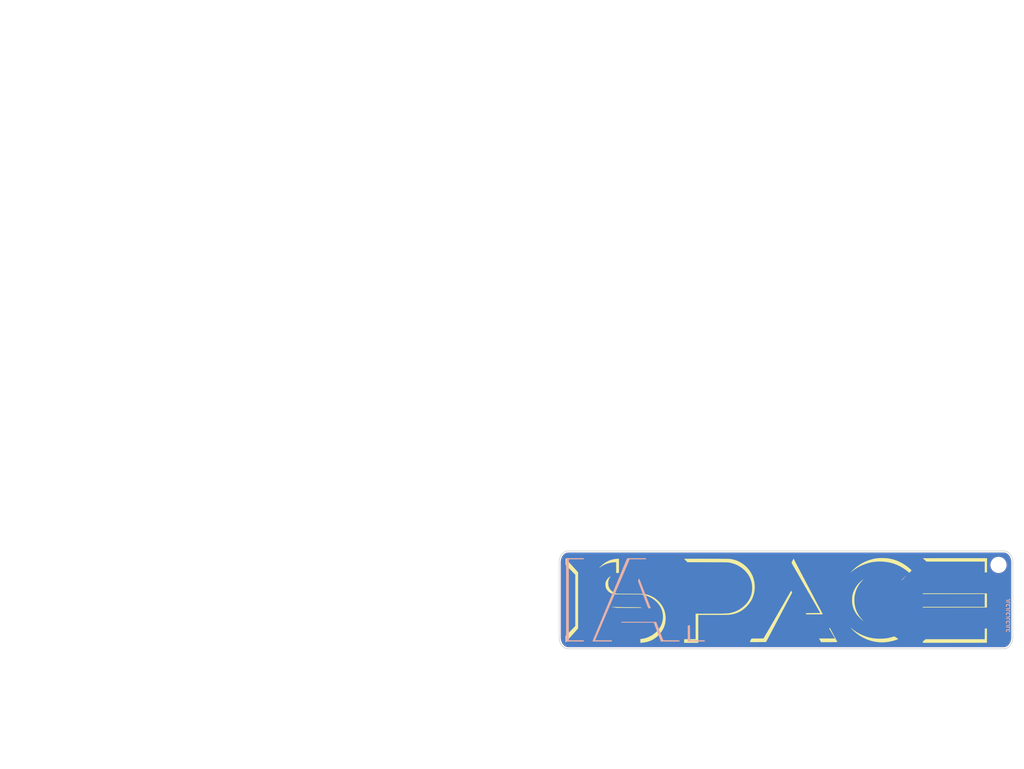
<source format=kicad_pcb>
(kicad_pcb (version 20171130) (host pcbnew "(5.1.6)-1")
  (layers (0 F.Cu signal) (31 B.Cu signal) (34 B.Paste user) (35 F.Paste user) (36 B.SilkS user) (37 F.SilkS user hide) (38 B.Mask user) (39 F.Mask user hide) (44 Edge.Cuts user))
  (net 0 "")
  (module MountingHole:MountingHole_2.1mm (layer F.Cu) (at 150.0124 85.4202)
    (fp_text reference REF** hide)
    (fp_text value MountingHole_2.1mm)
    (pad "" np_thru_hole circle (at 0.1778 -0.2286) (size 2.1 2.1) (drill 2.1) (layers *.Cu *.Mask))
  )
  (module LOGO (layer F.Cu) (at 0 0)
    (fp_text reference G*** hide)
    (fp_text value LOGO hide)
  )
  (module LOGO (layer F.Cu) (at 0 0)
    (fp_text reference G*** hide)
    (fp_text value LOGO hide)
  )
  (module LOGO (layer F.Cu) (at 117.983 115.062)
    (fp_text reference G*** hide)
    (fp_text value LOGO hide)
  )
  (module LOGO (layer F.Cu) (at 117.983 115.062)
    (fp_text reference G*** hide)
    (fp_text value LOGO hide)
  )
  (module LOGO (layer F.Cu) (at 117.8306 67.1322)
    (fp_text reference G*** hide)
    (fp_text value LOGO hide)
  )
  (module LOGO (layer F.Cu) (at 117.8306 67.1322)
    (fp_text reference G*** hide)
    (fp_text value LOGO hide)
  )
  (module LOGO (layer F.Cu) (at 117.983 96.393)
    (fp_text reference G*** hide)
    (fp_text value LOGO hide)
  )
  (module LOGO (layer F.Cu) (at 117.983 96.393)
    (fp_text reference G*** hide)
    (fp_text value LOGO hide)
  )
  (module LOGO (layer F.Cu) (at 118.11 91.313)
    (fp_text reference G*** hide)
    (fp_text value LOGO hide)
  )
  (module LOGO (layer F.Cu) (at 118.11 91.313)
    (fp_text reference G*** hide)
    (fp_text value LOGO hide)
  )
  (module LOGO (layer F.Cu) (at 117.983 84.963)
    (fp_text reference G*** hide)
    (fp_text value LOGO hide)
  )
  (module LOGO (layer F.Cu) (at 117.983 84.963)
    (fp_text reference G*** hide)
    (fp_text value LOGO hide)
  )
  (module LOGO (layer F.Cu) (at 116.6114 78.3844)
    (fp_text reference G*** hide)
    (fp_text value LOGO hide)
  )
  (module LOGO (layer F.Cu) (at 116.6114 78.3844)
    (fp_text reference G*** hide)
    (fp_text value LOGO hide)
  )
  (module LOGO (layer F.Cu) (at 117.0178 74.803)
    (fp_text reference G*** hide)
    (fp_text value LOGO hide)
  )
  (module LOGO (layer F.Cu) (at 117.0178 74.803)
    (fp_text reference G*** hide)
    (fp_text value LOGO hide)
  )
  (module LOGO (layer F.Cu) (at 117.475 91.1352)
    (fp_text reference G*** hide)
    (fp_text value LOGO hide)
  )
  (module LOGO (layer F.Cu) (at 117.475 91.1352)
    (fp_text reference G*** hide)
    (fp_text value LOGO hide)
  )
  (module LOGO (layer F.Cu) (at 117.6274 90.551)
    (fp_text reference G*** hide)
    (fp_text value LOGO hide)
  )
  (module LOGO (layer F.Cu) (at 117.6274 90.551)
    (fp_text reference G*** hide)
    (fp_text value LOGO hide)
    (fp_poly (pts (xy -22.488735 -3.265533) (xy -22.465417 -3.207999) (xy -22.429169 -3.11701) (xy -22.381162 -2.99558) (xy -22.322569 -2.846723) (xy -22.254562 -2.673452) (xy -22.178312 -2.478781) (xy -22.094992 -2.265723) (xy -22.005774 -2.037292) (xy -21.911831 -1.796501) (xy -21.814333 -1.546364) (xy -21.714454 -1.289894) (xy -21.613365 -1.030106) (xy -21.512238 -0.770011) (xy -21.412245 -0.512625) (xy -21.31456 -0.260961) (xy -21.220352 -0.018031) (xy -21.130796 0.21315) (xy -21.047062 0.429568) (xy -20.970323 0.628211) (xy -20.90175 0.806065) (xy -20.842517 0.960116) (xy -20.793795 1.08735) (xy -20.756756 1.184754) (xy -20.732572 1.249315) (xy -20.722415 1.278019) (xy -20.722167 1.279145) (xy -20.741399 1.285505) (xy -20.791516 1.289419) (xy -20.861146 1.29102) (xy -20.938919 1.29044) (xy -21.013464 1.287814) (xy -21.073412 1.283273) (xy -21.107391 1.276953) (xy -21.110914 1.27459) (xy -21.122174 1.248773) (xy -21.146922 1.186773) (xy -21.183954 1.091789) (xy -21.232065 0.967022) (xy -21.29005 0.81567) (xy -21.356707 0.640936) (xy -21.430829 0.446017) (xy -21.511212 0.234116) (xy -21.596653 0.008431) (xy -21.685947 -0.227838) (xy -21.777889 -0.471489) (xy -21.871275 -0.719324) (xy -21.964901 -0.968142) (xy -22.057561 -1.214743) (xy -22.148053 -1.455927) (xy -22.235171 -1.688494) (xy -22.317712 -1.909245) (xy -22.394469 -2.114978) (xy -22.46424 -2.302493) (xy -22.52582 -2.468592) (xy -22.578005 -2.610074) (xy -22.619589 -2.723738) (xy -22.649369 -2.806384) (xy -22.666141 -2.854814) (xy -22.6695 -2.866546) (xy -22.66235 -2.905817) (xy -22.643439 -2.96737) (xy -22.616578 -3.041876) (xy -22.585577 -3.120005) (xy -22.554246 -3.192428) (xy -22.526395 -3.249815) (xy -22.505835 -3.282836) (xy -22.497951 -3.286599) (xy -22.488735 -3.265533)) (layer B.SilkS) (width 0.01))
    (fp_poly (pts (xy -14.705726 5.053541) (xy -14.70025 6.19125) (xy -13.583709 6.196728) (xy -12.467167 6.202207) (xy -12.467167 6.392333) (xy -15.0495 6.392333) (xy -15.0495 3.915833) (xy -14.711202 3.915833) (xy -14.705726 5.053541)) (layer B.SilkS) (width 0.01))
    (fp_poly (pts (xy -22.537721 3.370709) (xy -19.893979 3.376083) (xy -19.348717 4.783666) (xy -18.803455 6.19125) (xy -17.584874 6.196712) (xy -16.366294 6.202175) (xy -16.332314 6.287099) (xy -16.311493 6.341279) (xy -16.299492 6.376659) (xy -16.298334 6.382178) (xy -16.318927 6.383892) (xy -16.37841 6.385514) (xy -16.473341 6.387019) (xy -16.600277 6.388383) (xy -16.755774 6.389582) (xy -16.936391 6.390592) (xy -17.138684 6.391389) (xy -17.359211 6.391947) (xy -17.594528 6.392243) (xy -17.732375 6.392286) (xy -19.166417 6.392239) (xy -19.714981 4.942369) (xy -20.263545 3.4925) (xy -22.747106 3.4925) (xy -23.067563 3.492419) (xy -23.375997 3.492186) (xy -23.669792 3.49181) (xy -23.94633 3.4913) (xy -24.202997 3.490667) (xy -24.437175 3.489921) (xy -24.646249 3.489073) (xy -24.827603 3.488132) (xy -24.978621 3.487108) (xy -25.096686 3.486012) (xy -25.179182 3.484853) (xy -25.223493 3.483642) (xy -25.230667 3.482912) (xy -25.222825 3.458697) (xy -25.206066 3.41933) (xy -25.181464 3.365336) (xy -22.537721 3.370709)) (layer B.SilkS) (width 0.01))
    (fp_poly (pts (xy -21.446086 -6.322039) (xy -21.429056 -6.271217) (xy -21.42081 -6.239292) (xy -21.420667 -6.237373) (xy -21.441223 -6.234793) (xy -21.500446 -6.232361) (xy -21.59467 -6.23012) (xy -21.720229 -6.228111) (xy -21.873457 -6.226375) (xy -22.050689 -6.224955) (xy -22.248258 -6.223891) (xy -22.462498 -6.223226) (xy -22.68542 -6.223) (xy -23.950173 -6.223) (xy -26.599596 -0.015875) (xy -29.24902 6.19125) (xy -27.946725 6.196703) (xy -27.679398 6.197876) (xy -27.451346 6.199049) (xy -27.259511 6.200322) (xy -27.100832 6.201796) (xy -26.972251 6.203572) (xy -26.870711 6.20575) (xy -26.793151 6.208432) (xy -26.736514 6.211716) (xy -26.697741 6.215705) (xy -26.673773 6.220499) (xy -26.661551 6.226198) (xy -26.658016 6.232902) (xy -26.65938 6.239037) (xy -26.677843 6.286715) (xy -26.695403 6.334125) (xy -26.716475 6.392333) (xy -28.185488 6.392333) (xy -28.487023 6.392043) (xy -28.757264 6.391186) (xy -28.994788 6.389782) (xy -29.198178 6.387851) (xy -29.366012 6.385411) (xy -29.496872 6.382484) (xy -29.589336 6.379088) (xy -29.641985 6.375243) (xy -29.6545 6.37198) (xy -29.646445 6.351086) (xy -29.622683 6.292586) (xy -29.583819 6.197936) (xy -29.530461 6.068592) (xy -29.463214 5.906013) (xy -29.382685 5.711655) (xy -29.289478 5.486974) (xy -29.184202 5.233429) (xy -29.06746 4.952476) (xy -28.939861 4.645571) (xy -28.802009 4.314173) (xy -28.65451 3.959738) (xy -28.497972 3.583723) (xy -28.332999 3.187584) (xy -28.160198 2.77278) (xy -27.980175 2.340767) (xy -27.793535 1.893002) (xy -27.600886 1.430942) (xy -27.402834 0.956044) (xy -27.199983 0.469765) (xy -27.00652 0.006105) (xy -26.799667 -0.489593) (xy -26.596983 -0.975305) (xy -26.399077 -1.449572) (xy -26.206557 -1.910935) (xy -26.020033 -2.357935) (xy -25.840114 -2.789113) (xy -25.667407 -3.203009) (xy -25.502523 -3.598165) (xy -25.346069 -3.973121) (xy -25.198654 -4.326419) (xy -25.060888 -4.656599) (xy -24.933379 -4.962202) (xy -24.816736 -5.24177) (xy -24.711567 -5.493842) (xy -24.618483 -5.71696) (xy -24.53809 -5.909666) (xy -24.470998 -6.070499) (xy -24.417817 -6.198) (xy -24.379154 -6.290712) (xy -24.355619 -6.347174) (xy -24.347839 -6.365875) (xy -24.337308 -6.371287) (xy -24.308747 -6.375961) (xy -24.259665 -6.379942) (xy -24.187575 -6.383276) (xy -24.089989 -6.386008) (xy -23.964419 -6.388185) (xy -23.808375 -6.389851) (xy -23.61937 -6.391053) (xy -23.394915 -6.391835) (xy -23.132522 -6.392244) (xy -22.904321 -6.392334) (xy -21.471505 -6.392334) (xy -21.446086 -6.322039)) (layer B.SilkS) (width 0.01))
    (fp_poly (pts (xy -30.988 -6.223) (xy -33.274 -6.223) (xy -33.274 6.201833) (xy -30.988 6.201833) (xy -30.988 6.392333) (xy -33.697334 6.392333) (xy -33.697334 -6.392334) (xy -30.988 -6.392334) (xy -30.988 -6.223)) (layer B.SilkS) (width 0.01))
  )
  (module LOGO (layer F.Cu) (at 117.6274 90.551)
    (fp_text reference G*** hide)
    (fp_text value LOGO hide)
  )
  (module LOGO (layer F.Cu) (at 117.6274 90.551)
    (fp_text reference G*** hide)
    (fp_text value LOGO hide)
    (fp_poly (pts (xy 30.7975 -4.212167) (xy 30.458833 -4.212167) (xy 30.458833 -5.863167) (xy 21.543856 -5.863167) (xy 21.261614 -6.111876) (xy 21.170527 -6.192916) (xy 21.091491 -6.264715) (xy 21.029629 -6.322497) (xy 20.990068 -6.361484) (xy 20.977769 -6.376459) (xy 20.998476 -6.377923) (xy 21.059657 -6.37935) (xy 21.159452 -6.380735) (xy 21.296001 -6.382072) (xy 21.467445 -6.383354) (xy 21.671924 -6.384575) (xy 21.907578 -6.38573) (xy 22.172547 -6.386813) (xy 22.464973 -6.387817) (xy 22.782994 -6.388736) (xy 23.124752 -6.389565) (xy 23.488388 -6.390298) (xy 23.87204 -6.390928) (xy 24.273849 -6.391449) (xy 24.691957 -6.391855) (xy 25.124503 -6.392141) (xy 25.569627 -6.392301) (xy 25.886833 -6.392334) (xy 30.7975 -6.392334) (xy 30.7975 -4.212167)) (layer F.SilkS) (width 0.01))
    (fp_poly (pts (xy 14.927561 -6.40188) (xy 15.128445 -6.396134) (xy 15.31265 -6.386974) (xy 15.471767 -6.374402) (xy 15.5575 -6.364434) (xy 15.931842 -6.304618) (xy 16.277039 -6.230643) (xy 16.604868 -6.139177) (xy 16.927108 -6.026888) (xy 17.255538 -5.890447) (xy 17.293166 -5.873541) (xy 17.678515 -5.68224) (xy 18.059096 -5.460564) (xy 18.425546 -5.214782) (xy 18.768504 -4.951162) (xy 19.071166 -4.683099) (xy 19.251083 -4.511131) (xy 19.071166 -4.332006) (xy 18.89125 -4.152882) (xy 18.7325 -4.290525) (xy 18.354074 -4.592884) (xy 17.947093 -4.869922) (xy 17.517886 -5.118285) (xy 17.072781 -5.334619) (xy 16.618108 -5.51557) (xy 16.160196 -5.657783) (xy 16.144792 -5.661859) (xy 15.694278 -5.762263) (xy 15.225901 -5.832403) (xy 14.747845 -5.872026) (xy 14.268296 -5.88088) (xy 13.795437 -5.858712) (xy 13.337453 -5.805269) (xy 13.067647 -5.756949) (xy 12.54713 -5.629457) (xy 12.040995 -5.463651) (xy 11.551796 -5.260726) (xy 11.08209 -5.021874) (xy 10.634435 -4.748288) (xy 10.211385 -4.44116) (xy 10.16 -4.400179) (xy 9.916583 -4.204009) (xy 10.031782 -4.337374) (xy 10.128862 -4.442872) (xy 10.251408 -4.565425) (xy 10.390759 -4.697039) (xy 10.538254 -4.829719) (xy 10.685233 -4.955471) (xy 10.813182 -5.058662) (xy 11.241169 -5.365022) (xy 11.689839 -5.634666) (xy 12.157769 -5.866981) (xy 12.643534 -6.061352) (xy 13.145711 -6.217166) (xy 13.662875 -6.333808) (xy 13.843 -6.364612) (xy 13.967333 -6.379369) (xy 14.125452 -6.390706) (xy 14.308944 -6.398625) (xy 14.5094 -6.403126) (xy 14.718409 -6.404211) (xy 14.927561 -6.40188)) (layer F.SilkS) (width 0.01))
    (fp_poly (pts (xy -25.5905 -4.154513) (xy -25.733375 -4.140418) (xy -25.818802 -4.131154) (xy -25.897435 -4.121222) (xy -25.945042 -4.113972) (xy -26.013834 -4.101623) (xy -26.013834 -5.784713) (xy -26.262542 -5.770565) (xy -26.683843 -5.727556) (xy -27.087414 -5.64775) (xy -27.471804 -5.531653) (xy -27.835559 -5.379768) (xy -28.177227 -5.192598) (xy -28.434558 -5.017141) (xy -28.500806 -4.968958) (xy -28.553034 -4.933528) (xy -28.583086 -4.916277) (xy -28.587067 -4.915678) (xy -28.578575 -4.935257) (xy -28.544449 -4.977988) (xy -28.490144 -5.038287) (xy -28.421114 -5.110571) (xy -28.342814 -5.189257) (xy -28.260698 -5.268763) (xy -28.180219 -5.343505) (xy -28.106833 -5.4079) (xy -28.103299 -5.410872) (xy -27.78401 -5.653683) (xy -27.451162 -5.857152) (xy -27.10304 -6.021953) (xy -26.737925 -6.148758) (xy -26.354102 -6.238241) (xy -25.949854 -6.291075) (xy -25.838446 -6.299056) (xy -25.5905 -6.31388) (xy -25.5905 -4.154513)) (layer F.SilkS) (width 0.01))
    (fp_poly (pts (xy 18.328553 -3.599205) (xy 18.290464 -3.557659) (xy 18.230666 -3.494984) (xy 18.151899 -3.414116) (xy 18.086916 -3.348227) (xy 17.964916 -3.226215) (xy 17.869132 -3.133226) (xy 17.797064 -3.067178) (xy 17.746213 -3.025988) (xy 17.71408 -3.007574) (xy 17.698166 -3.009854) (xy 17.695333 -3.021935) (xy 17.710289 -3.040305) (xy 17.751655 -3.081921) (xy 17.814181 -3.141931) (xy 17.892614 -3.215483) (xy 17.981703 -3.297722) (xy 18.076196 -3.383796) (xy 18.170842 -3.468852) (xy 18.260388 -3.548038) (xy 18.32864 -3.607164) (xy 18.342192 -3.616685) (xy 18.328553 -3.599205)) (layer F.SilkS) (width 0.01))
    (fp_poly (pts (xy 30.786916 -0.98425) (xy 30.786916 1.17475) (xy 25.881541 1.180086) (xy 20.976166 1.185423) (xy 20.976166 1.0795) (xy 30.458833 1.0795) (xy 30.458833 -0.889) (xy 20.976166 -0.889) (xy 20.976166 -0.994924) (xy 30.786916 -0.98425)) (layer F.SilkS) (width 0.01))
    (fp_poly (pts (xy -26.653107 1.072852) (xy -26.580307 1.082612) (xy -26.574423 1.083492) (xy -26.52762 1.08742) (xy -26.440475 1.09135) (xy -26.314981 1.095251) (xy -26.153128 1.099089) (xy -25.956909 1.10283) (xy -25.728316 1.106442) (xy -25.46934 1.109892) (xy -25.181972 1.113145) (xy -24.868205 1.116169) (xy -24.53003 1.118932) (xy -24.384 1.119986) (xy -24.044303 1.122367) (xy -23.744292 1.124542) (xy -23.481322 1.126584) (xy -23.252746 1.128564) (xy -23.055919 1.130555) (xy -22.888194 1.132627) (xy -22.746926 1.134853) (xy -22.629469 1.137304) (xy -22.533176 1.140052) (xy -22.455402 1.143169) (xy -22.393501 1.146727) (xy -22.344827 1.150797) (xy -22.306734 1.155452) (xy -22.276575 1.160762) (xy -22.251705 1.166799) (xy -22.229478 1.173636) (xy -22.214417 1.178816) (xy -22.087417 1.223439) (xy -23.960667 1.221994) (xy -24.240555 1.221701) (xy -24.509677 1.221269) (xy -24.764836 1.220712) (xy -25.002835 1.220044) (xy -25.220478 1.219279) (xy -25.414568 1.218429) (xy -25.581909 1.21751) (xy -25.719305 1.216535) (xy -25.823559 1.215518) (xy -25.891474 1.214472) (xy -25.918584 1.213544) (xy -26.013539 1.20385) (xy -26.123485 1.189686) (xy -26.24148 1.172295) (xy -26.360586 1.152921) (xy -26.473863 1.132808) (xy -26.574372 1.113198) (xy -26.655174 1.095335) (xy -26.709328 1.080462) (xy -26.729896 1.069823) (xy -26.729339 1.068283) (xy -26.706516 1.067709) (xy -26.653107 1.072852)) (layer F.SilkS) (width 0.01))
    (fp_poly (pts (xy 1.177441 -6.289877) (xy 1.204315 -6.242694) (xy 1.239649 -6.174772) (xy 1.25517 -6.143535) (xy 1.269938 -6.113446) (xy 1.28435 -6.08419) (xy 1.299222 -6.054209) (xy 1.315368 -6.021949) (xy 1.333603 -5.985852) (xy 1.354742 -5.944363) (xy 1.379601 -5.895924) (xy 1.408993 -5.83898) (xy 1.443735 -5.771975) (xy 1.48464 -5.693351) (xy 1.532525 -5.601553) (xy 1.588203 -5.495025) (xy 1.65249 -5.372209) (xy 1.726201 -5.231551) (xy 1.81015 -5.071493) (xy 1.905153 -4.890479) (xy 2.012025 -4.686953) (xy 2.13158 -4.459359) (xy 2.264634 -4.20614) (xy 2.412001 -3.92574) (xy 2.574496 -3.616602) (xy 2.752935 -3.277172) (xy 2.948132 -2.905891) (xy 3.160903 -2.501204) (xy 3.392061 -2.061554) (xy 3.542697 -1.775057) (xy 3.743184 -1.393703) (xy 3.938492 -1.022116) (xy 4.1277 -0.662049) (xy 4.309891 -0.315254) (xy 4.484145 0.016519) (xy 4.649544 0.331517) (xy 4.805169 0.627988) (xy 4.9501 0.904182) (xy 5.08342 1.158345) (xy 5.204208 1.388727) (xy 5.311546 1.593575) (xy 5.404515 1.771138) (xy 5.482197 1.919664) (xy 5.543672 2.037402) (xy 5.588022 2.122599) (xy 5.614327 2.173504) (xy 5.621777 2.188402) (xy 5.621753 2.195526) (xy 5.613733 2.201591) (xy 5.594637 2.206682) (xy 5.561387 2.210881) (xy 5.510903 2.214274) (xy 5.440107 2.216944) (xy 5.34592 2.218975) (xy 5.225263 2.220452) (xy 5.075057 2.221459) (xy 4.892223 2.222079) (xy 4.673683 2.222398) (xy 4.416356 2.222498) (xy 4.373611 2.2225) (xy 3.11236 2.2225) (xy 3.069596 2.138676) (xy 3.043693 2.08559) (xy 3.028499 2.049978) (xy 3.026833 2.043612) (xy 3.04735 2.04137) (xy 3.106303 2.039074) (xy 3.199797 2.036781) (xy 3.323932 2.03455) (xy 3.474814 2.03244) (xy 3.648545 2.030508) (xy 3.841228 2.028812) (xy 4.048967 2.027411) (xy 4.146198 2.026893) (xy 5.265564 2.021416) (xy 3.065043 -1.80975) (xy 2.851013 -2.182422) (xy 2.642538 -2.545501) (xy 2.440601 -2.897271) (xy 2.246189 -3.23601) (xy 2.060287 -3.560001) (xy 1.883879 -3.867524) (xy 1.717951 -4.156861) (xy 1.563487 -4.426292) (xy 1.421474 -4.674098) (xy 1.292897 -4.898561) (xy 1.17874 -5.097961) (xy 1.079988 -5.270579) (xy 0.997628 -5.414697) (xy 0.932643 -5.528595) (xy 0.88602 -5.610554) (xy 0.858743 -5.658856) (xy 0.85154 -5.672039) (xy 0.857105 -5.697927) (xy 0.878582 -5.75285) (xy 0.912158 -5.829046) (xy 0.954016 -5.918751) (xy 1.000341 -6.014203) (xy 1.047317 -6.107639) (xy 1.091131 -6.191296) (xy 1.127965 -6.25741) (xy 1.154006 -6.29822) (xy 1.163892 -6.307576) (xy 1.177441 -6.289877)) (layer F.SilkS) (width 0.01))
    (fp_poly (pts (xy 11.850995 -3.135735) (xy 11.823374 -3.102355) (xy 11.774691 -3.048144) (xy 11.709162 -2.977864) (xy 11.673416 -2.940296) (xy 11.38906 -2.613667) (xy 11.142028 -2.267158) (xy 10.932666 -1.901501) (xy 10.761324 -1.51743) (xy 10.628348 -1.11568) (xy 10.534089 -0.696984) (xy 10.499671 -0.466222) (xy 10.487352 -0.326072) (xy 10.480299 -0.156534) (xy 10.478401 0.029791) (xy 10.481546 0.2203) (xy 10.489624 0.40239) (xy 10.502523 0.563461) (xy 10.50926 0.621117) (xy 10.584712 1.037399) (xy 10.69989 1.439286) (xy 10.854485 1.826141) (xy 11.048187 2.197328) (xy 11.280686 2.552206) (xy 11.551674 2.890141) (xy 11.677483 3.027489) (xy 11.745452 3.099566) (xy 11.800379 3.15907) (xy 11.837004 3.200207) (xy 11.850068 3.217187) (xy 11.849882 3.217333) (xy 11.830935 3.205044) (xy 11.78603 3.171771) (xy 11.72232 3.122907) (xy 11.662268 3.075935) (xy 11.538414 2.972139) (xy 11.401891 2.847302) (xy 11.260518 2.709463) (xy 11.122115 2.566661) (xy 10.994501 2.426937) (xy 10.885497 2.298331) (xy 10.811597 2.201333) (xy 10.594724 1.860206) (xy 10.417296 1.507446) (xy 10.28 1.144801) (xy 10.183524 0.774019) (xy 10.137845 0.487173) (xy 10.125294 0.330227) (xy 10.120059 0.148522) (xy 10.121714 -0.046237) (xy 10.129829 -0.242345) (xy 10.143976 -0.428096) (xy 10.163726 -0.591785) (xy 10.180857 -0.687917) (xy 10.285033 -1.076929) (xy 10.428206 -1.449891) (xy 10.609758 -1.805676) (xy 10.829071 -2.14316) (xy 11.085529 -2.461217) (xy 11.250071 -2.635366) (xy 11.342061 -2.724054) (xy 11.445678 -2.818478) (xy 11.553329 -2.912244) (xy 11.657425 -2.998957) (xy 11.750372 -3.072224) (xy 11.824581 -3.12565) (xy 11.853333 -3.143518) (xy 11.850995 -3.135735)) (layer F.SilkS) (width 0.01))
    (fp_poly (pts (xy 7.305853 5.390436) (xy 7.409255 5.585472) (xy 7.506682 5.769385) (xy 7.596332 5.938761) (xy 7.676402 6.090188) (xy 7.745089 6.220253) (xy 7.800591 6.325543) (xy 7.841105 6.402644) (xy 7.864827 6.448145) (xy 7.870472 6.459353) (xy 7.851214 6.462525) (xy 7.793274 6.465505) (xy 7.700304 6.468242) (xy 7.575955 6.470685) (xy 7.423878 6.472783) (xy 7.247726 6.474486) (xy 7.051148 6.475743) (xy 6.837798 6.476504) (xy 6.621638 6.476719) (xy 5.36575 6.476438) (xy 5.221602 6.201552) (xy 5.077455 5.926666) (xy 6.285227 5.926666) (xy 6.506956 5.926448) (xy 6.715525 5.925819) (xy 6.907184 5.924819) (xy 7.078181 5.92349) (xy 7.224765 5.921869) (xy 7.343184 5.919998) (xy 7.429687 5.917915) (xy 7.480522 5.915662) (xy 7.493 5.91382) (xy 7.482739 5.893338) (xy 7.453426 5.840111) (xy 7.407258 5.758008) (xy 7.346436 5.650894) (xy 7.27316 5.522637) (xy 7.189629 5.377104) (xy 7.098044 5.218163) (xy 7.0485 5.132418) (xy 6.953632 4.968104) (xy 6.865686 4.815229) (xy 6.786862 4.677656) (xy 6.719358 4.559251) (xy 6.665375 4.463877) (xy 6.627111 4.395398) (xy 6.606767 4.357677) (xy 6.604 4.351515) (xy 6.622595 4.343262) (xy 6.668161 4.339242) (xy 6.676145 4.339166) (xy 6.748291 4.339166) (xy 7.305853 5.390436)) (layer F.SilkS) (width 0.01))
    (fp_poly (pts (xy 0.949512 -1.123866) (xy 0.104723 0.475976) (xy -0.044814 0.759227) (xy -0.204803 1.062389) (xy -0.371785 1.378899) (xy -0.542299 1.702195) (xy -0.712885 2.025713) (xy -0.880082 2.342891) (xy -1.040431 2.647165) (xy -1.190471 2.931973) (xy -1.326743 3.190751) (xy -1.416327 3.360951) (xy -1.547899 3.610749) (xy -1.68756 3.875476) (xy -1.831764 4.148438) (xy -1.976968 4.422944) (xy -2.119627 4.6923) (xy -2.256196 4.949813) (xy -2.383132 5.18879) (xy -2.49689 5.402539) (xy -2.578898 5.55625) (xy -3.065207 6.466416) (xy -4.305437 6.471877) (xy -4.5752 6.472897) (xy -4.805339 6.473367) (xy -4.998562 6.473241) (xy -5.157576 6.472474) (xy -5.285087 6.471018) (xy -5.383802 6.468829) (xy -5.456428 6.465858) (xy -5.505673 6.462061) (xy -5.534242 6.457391) (xy -5.544844 6.451801) (xy -5.545054 6.45071) (xy -5.535183 6.422958) (xy -5.50863 6.366055) (xy -5.469256 6.287866) (xy -5.420921 6.196256) (xy -5.412499 6.180666) (xy -5.280558 5.93725) (xy -4.360071 5.931026) (xy -3.439584 5.924803) (xy -2.964482 5.105526) (xy -2.897821 4.990563) (xy -2.83433 4.881035) (xy -2.772849 4.774931) (xy -2.712218 4.670238) (xy -2.651276 4.564944) (xy -2.588864 4.457037) (xy -2.523821 4.344504) (xy -2.454987 4.225333) (xy -2.381202 4.097512) (xy -2.301305 3.959029) (xy -2.214137 3.807871) (xy -2.118537 3.642025) (xy -2.013345 3.459481) (xy -1.897401 3.258225) (xy -1.769544 3.036245) (xy -1.628615 2.791529) (xy -1.473453 2.522065) (xy -1.302898 2.22584) (xy -1.11579 1.900842) (xy -0.910969 1.545058) (xy -0.687274 1.156477) (xy -0.460189 0.762) (xy -0.304357 0.491328) (xy -0.153886 0.230031) (xy -0.01019 -0.019439) (xy 0.125318 -0.254634) (xy 0.251226 -0.473102) (xy 0.36612 -0.672394) (xy 0.468588 -0.85006) (xy 0.557217 -1.003648) (xy 0.630594 -1.13071) (xy 0.687306 -1.228794) (xy 0.72594 -1.295451) (xy 0.745084 -1.32823) (xy 0.746179 -1.33006) (xy 0.788908 -1.400704) (xy 0.949512 -1.123866)) (layer F.SilkS) (width 0.01))
    (fp_poly (pts (xy 9.978993 4.332844) (xy 10.028377 4.369832) (xy 10.106691 4.432214) (xy 10.183389 4.494436) (xy 10.497224 4.730554) (xy 10.843938 4.956373) (xy 11.214447 5.167148) (xy 11.599661 5.358136) (xy 11.990495 5.524591) (xy 12.377861 5.66177) (xy 12.477479 5.69223) (xy 12.779563 5.775508) (xy 13.06531 5.841024) (xy 13.345403 5.890244) (xy 13.630522 5.924637) (xy 13.93135 5.945671) (xy 14.258568 5.954812) (xy 14.393333 5.955472) (xy 14.682012 5.952217) (xy 14.944001 5.94189) (xy 15.188103 5.923121) (xy 15.423123 5.894539) (xy 15.657866 5.854775) (xy 15.901137 5.802458) (xy 16.161741 5.73622) (xy 16.448482 5.654689) (xy 16.579658 5.615304) (xy 16.614916 5.622882) (xy 16.682607 5.656973) (xy 16.782342 5.717355) (xy 16.911442 5.802262) (xy 17.205317 6.00075) (xy 17.11695 6.039911) (xy 16.827192 6.153993) (xy 16.505519 6.255175) (xy 16.160784 6.341954) (xy 15.801843 6.41283) (xy 15.437549 6.4663) (xy 15.076756 6.500864) (xy 14.72832 6.515019) (xy 14.401094 6.507264) (xy 14.372166 6.505384) (xy 13.844999 6.449032) (xy 13.333798 6.353526) (xy 12.838053 6.218707) (xy 12.35725 6.044417) (xy 11.890879 5.830495) (xy 11.4935 5.610235) (xy 11.241341 5.449871) (xy 10.987703 5.271926) (xy 10.740027 5.082455) (xy 10.505753 4.887517) (xy 10.292323 4.69317) (xy 10.107176 4.505469) (xy 10.02972 4.418561) (xy 9.983904 4.364108) (xy 9.958809 4.330995) (xy 9.956488 4.320236) (xy 9.978993 4.332844)) (layer F.SilkS) (width 0.01))
    (fp_poly (pts (xy -33.722658 -6.290454) (xy -33.698638 -6.262675) (xy -33.648777 -6.206415) (xy -33.575667 -6.124555) (xy -33.4819 -6.01998) (xy -33.370069 -5.895572) (xy -33.242764 -5.754213) (xy -33.102577 -5.598786) (xy -32.952101 -5.432174) (xy -32.793928 -5.25726) (xy -32.761601 -5.221538) (xy -31.857617 -4.22275) (xy -31.856726 0.075772) (xy -31.855834 4.374294) (xy -32.750125 5.379776) (xy -32.908296 5.557718) (xy -33.05966 5.728208) (xy -33.201608 5.888292) (xy -33.33153 6.035018) (xy -33.446816 6.165433) (xy -33.544858 6.276585) (xy -33.623045 6.365522) (xy -33.678768 6.42929) (xy -33.709418 6.464938) (xy -33.712095 6.46817) (xy -33.779772 6.551083) (xy -33.780886 6.049825) (xy -33.782 5.548566) (xy -33.031381 4.779825) (xy -32.280762 4.011083) (xy -32.279964 0.07755) (xy -32.279167 -3.855983) (xy -33.030385 -4.62145) (xy -33.781602 -5.386917) (xy -33.780667 -5.87375) (xy -33.779733 -6.360584) (xy -33.722658 -6.290454)) (layer F.SilkS) (width 0.01))
    (fp_poly (pts (xy 30.786916 6.57225) (xy 25.881541 6.577586) (xy 20.976166 6.582923) (xy 20.976166 6.373247) (xy 21.186548 6.202873) (xy 21.396931 6.0325) (xy 30.458336 6.0325) (xy 30.463876 5.212291) (xy 30.469416 4.392083) (xy 30.786916 4.392083) (xy 30.786916 6.57225)) (layer F.SilkS) (width 0.01))
    (fp_poly (pts (xy -13.191584 -6.303112) (xy -12.836052 -6.302811) (xy -12.467063 -6.302294) (xy -12.154959 -6.301702) (xy -11.702895 -6.300748) (xy -11.291034 -6.299855) (xy -10.917244 -6.298967) (xy -10.579394 -6.298028) (xy -10.275353 -6.296985) (xy -10.002991 -6.295781) (xy -9.760177 -6.294362) (xy -9.544779 -6.292673) (xy -9.354666 -6.290659) (xy -9.187708 -6.288265) (xy -9.041774 -6.285435) (xy -8.914732 -6.282115) (xy -8.804452 -6.27825) (xy -8.708802 -6.273785) (xy -8.625653 -6.268664) (xy -8.552872 -6.262832) (xy -8.488329 -6.256235) (xy -8.429894 -6.248818) (xy -8.375434 -6.240525) (xy -8.322819 -6.231302) (xy -8.269918 -6.221093) (xy -8.2146 -6.209843) (xy -8.15975 -6.198529) (xy -7.775024 -6.098053) (xy -7.400272 -5.957972) (xy -7.038417 -5.780426) (xy -6.692385 -5.567552) (xy -6.365098 -5.321488) (xy -6.05948 -5.044373) (xy -5.778455 -4.738345) (xy -5.524947 -4.405541) (xy -5.362543 -4.152962) (xy -5.178493 -3.803923) (xy -5.029734 -3.435385) (xy -4.916435 -3.051486) (xy -4.838766 -2.656364) (xy -4.796899 -2.254156) (xy -4.791003 -1.849) (xy -4.821249 -1.445035) (xy -4.887806 -1.046398) (xy -4.990847 -0.657228) (xy -5.13054 -0.281662) (xy -5.197148 -0.135276) (xy -5.374306 0.189215) (xy -5.588737 0.506138) (xy -5.835438 0.810125) (xy -6.109404 1.09581) (xy -6.405632 1.357827) (xy -6.71912 1.59081) (xy -6.932102 1.725511) (xy -7.287905 1.91086) (xy -7.666387 2.061514) (xy -8.064793 2.176619) (xy -8.48037 2.25532) (xy -8.734893 2.284544) (xy -8.803016 2.288519) (xy -8.912025 2.292149) (xy -9.060476 2.295419) (xy -9.246922 2.298316) (xy -9.469917 2.300828) (xy -9.728018 2.302941) (xy -10.019777 2.304642) (xy -10.34375 2.305917) (xy -10.69849 2.306755) (xy -11.082553 2.30714) (xy -11.216685 2.307166) (xy -13.440834 2.307166) (xy -13.440834 6.582833) (xy -15.599834 6.582833) (xy -15.599834 6.0325) (xy -13.843 6.0325) (xy -13.843 2.116666) (xy -11.646959 2.11648) (xy -11.24527 2.116347) (xy -10.883234 2.11593) (xy -10.558172 2.115095) (xy -10.267404 2.113708) (xy -10.008249 2.111635) (xy -9.778028 2.108741) (xy -9.574062 2.104892) (xy -9.39367 2.099955) (xy -9.234172 2.093796) (xy -9.092889 2.086279) (xy -8.967141 2.077272) (xy -8.854248 2.06664) (xy -8.751531 2.054248) (xy -8.656308 2.039964) (xy -8.565902 2.023652) (xy -8.477631 2.005179) (xy -8.388817 1.98441) (xy -8.296778 1.961211) (xy -8.238257 1.945902) (xy -7.865763 1.827829) (xy -7.50526 1.674791) (xy -7.159843 1.489583) (xy -6.832605 1.275002) (xy -6.526643 1.033843) (xy -6.245049 0.768902) (xy -5.990921 0.482976) (xy -5.767351 0.178859) (xy -5.577435 -0.140652) (xy -5.424268 -0.472762) (xy -5.357989 -0.656167) (xy -5.265308 -1.001881) (xy -5.205543 -1.36563) (xy -5.179211 -1.738198) (xy -5.186831 -2.110371) (xy -5.22892 -2.472934) (xy -5.249585 -2.584597) (xy -5.344567 -2.947965) (xy -5.478508 -3.299866) (xy -5.649018 -3.637908) (xy -5.853708 -3.959695) (xy -6.090188 -4.262835) (xy -6.356067 -4.544933) (xy -6.648955 -4.803596) (xy -6.966463 -5.03643) (xy -7.3062 -5.241042) (xy -7.665776 -5.415037) (xy -8.042801 -5.556022) (xy -8.28675 -5.626442) (xy -8.358741 -5.64508) (xy -8.423911 -5.661981) (xy -8.484541 -5.677235) (xy -8.542916 -5.69093) (xy -8.601318 -5.703156) (xy -8.662031 -5.714002) (xy -8.727337 -5.723556) (xy -8.799519 -5.731907) (xy -8.88086 -5.739145) (xy -8.973643 -5.745359) (xy -9.080152 -5.750638) (xy -9.202668 -5.75507) (xy -9.343475 -5.758744) (xy -9.504857 -5.761751) (xy -9.689095 -5.764178) (xy -9.898474 -5.766114) (xy -10.135275 -5.76765) (xy -10.401782 -5.768873) (xy -10.700278 -5.769873) (xy -11.033046 -5.770738) (xy -11.402368 -5.771558) (xy -11.810528 -5.772422) (xy -12.043834 -5.772929) (xy -15.102417 -5.779709) (xy -15.351125 -6.027482) (xy -15.433988 -6.111002) (xy -15.505151 -6.184577) (xy -15.559627 -6.242903) (xy -15.592432 -6.280673) (xy -15.599834 -6.292127) (xy -15.579037 -6.293936) (xy -15.518129 -6.295603) (xy -15.419331 -6.297123) (xy -15.284863 -6.298488) (xy -15.116947 -6.299692) (xy -14.917805 -6.30073) (xy -14.689657 -6.301595) (xy -14.434725 -6.302281) (xy -14.155231 -6.302782) (xy -13.853395 -6.303092) (xy -13.531439 -6.303204) (xy -13.191584 -6.303112)) (layer F.SilkS) (width 0.01))
    (fp_poly (pts (xy -26.8605 -3.609997) (xy -26.872404 -3.588958) (xy -26.903565 -3.544353) (xy -26.945876 -3.487638) (xy -27.07495 -3.285629) (xy -27.166929 -3.064907) (xy -27.222194 -2.824267) (xy -27.241125 -2.562506) (xy -27.241133 -2.55249) (xy -27.226319 -2.296812) (xy -27.181113 -2.066913) (xy -27.1031 -1.856799) (xy -26.989867 -1.660478) (xy -26.838996 -1.471956) (xy -26.781171 -1.411075) (xy -26.61737 -1.263964) (xy -26.441043 -1.145108) (xy -26.241808 -1.048273) (xy -26.077334 -0.98836) (xy -26.053524 -0.98092) (xy -26.029007 -0.974333) (xy -26.001114 -0.968529) (xy -25.967178 -0.963437) (xy -25.924533 -0.958984) (xy -25.870509 -0.955102) (xy -25.802441 -0.951717) (xy -25.717661 -0.948761) (xy -25.613501 -0.94616) (xy -25.487294 -0.943845) (xy -25.336374 -0.941744) (xy -25.158071 -0.939787) (xy -24.94972 -0.937902) (xy -24.708652 -0.936019) (xy -24.432201 -0.934066) (xy -24.117699 -0.931972) (xy -23.90775 -0.930607) (xy -23.556987 -0.928318) (xy -23.245648 -0.926167) (xy -22.970826 -0.924011) (xy -22.729614 -0.921708) (xy -22.519103 -0.919116) (xy -22.336388 -0.916091) (xy -22.178559 -0.912491) (xy -22.042709 -0.908173) (xy -21.925931 -0.902996) (xy -21.825317 -0.896815) (xy -21.73796 -0.889489) (xy -21.660952 -0.880875) (xy -21.591384 -0.87083) (xy -21.526351 -0.859212) (xy -21.462943 -0.845879) (xy -21.398255 -0.830686) (xy -21.329377 -0.813493) (xy -21.283871 -0.801913) (xy -20.918596 -0.687174) (xy -20.565491 -0.533006) (xy -20.227094 -0.341202) (xy -19.905945 -0.113556) (xy -19.604584 0.148138) (xy -19.32555 0.442087) (xy -19.079305 0.755381) (xy -18.883218 1.065498) (xy -18.722107 1.396682) (xy -18.596575 1.745289) (xy -18.507225 2.107674) (xy -18.45466 2.480195) (xy -18.439484 2.859206) (xy -18.462298 3.241064) (xy -18.523707 3.622125) (xy -18.571849 3.821556) (xy -18.681504 4.149953) (xy -18.830073 4.472556) (xy -19.014172 4.785305) (xy -19.230419 5.084139) (xy -19.475428 5.364998) (xy -19.745817 5.623822) (xy -20.038202 5.85655) (xy -20.349199 6.059122) (xy -20.510346 6.14769) (xy -20.781149 6.273734) (xy -21.062929 6.376671) (xy -21.362354 6.458247) (xy -21.686093 6.520207) (xy -22.040816 6.564295) (xy -22.135042 6.572723) (xy -22.309667 6.587239) (xy -22.309667 6.013251) (xy -22.240875 6.002917) (xy -22.18655 5.994927) (xy -22.106307 5.983324) (xy -22.016144 5.970419) (xy -22.00275 5.968513) (xy -21.641473 5.897776) (xy -21.28857 5.790876) (xy -20.947261 5.650388) (xy -20.620763 5.478886) (xy -20.312293 5.278944) (xy -20.025071 5.053136) (xy -19.762314 4.804037) (xy -19.527239 4.53422) (xy -19.323065 4.246261) (xy -19.15301 3.942732) (xy -19.020292 3.626209) (xy -19.000137 3.566583) (xy -18.91309 3.234531) (xy -18.862101 2.888589) (xy -18.848306 2.538795) (xy -18.859178 2.321493) (xy -18.908959 1.96543) (xy -18.995906 1.626702) (xy -19.120785 1.303764) (xy -19.284364 0.99507) (xy -19.487409 0.699075) (xy -19.730686 0.414234) (xy -19.879886 0.263714) (xy -20.179819 0.000063) (xy -20.492558 -0.225754) (xy -20.821852 -0.415651) (xy -21.171451 -0.571541) (xy -21.545102 -0.695338) (xy -21.93925 -0.787563) (xy -21.979018 -0.794931) (xy -22.018619 -0.80147) (xy -22.060805 -0.807248) (xy -22.108325 -0.812335) (xy -22.163929 -0.816797) (xy -22.230368 -0.820705) (xy -22.310391 -0.824127) (xy -22.406749 -0.827132) (xy -22.522191 -0.829787) (xy -22.659467 -0.832162) (xy -22.821329 -0.834325) (xy -23.010524 -0.836346) (xy -23.229805 -0.838292) (xy -23.48192 -0.840232) (xy -23.769619 -0.842234) (xy -24.095654 -0.844369) (xy -24.257 -0.845399) (xy -26.341917 -0.858654) (xy -26.528342 -0.91642) (xy -26.627901 -0.949718) (xy -26.72699 -0.986923) (xy -26.807907 -1.021289) (xy -26.824675 -1.029373) (xy -27.03812 -1.157388) (xy -27.22761 -1.313291) (xy -27.388696 -1.492194) (xy -27.516926 -1.689209) (xy -27.602598 -1.883834) (xy -27.630814 -1.995493) (xy -27.650818 -2.134597) (xy -27.661804 -2.286908) (xy -27.662967 -2.438192) (xy -27.653501 -2.574211) (xy -27.64486 -2.630343) (xy -27.590378 -2.81587) (xy -27.500326 -3.003027) (xy -27.380109 -3.182815) (xy -27.235135 -3.346236) (xy -27.188584 -3.389865) (xy -27.139496 -3.430385) (xy -27.077172 -3.477051) (xy -27.010102 -3.524166) (xy -26.946774 -3.566035) (xy -26.895677 -3.596962) (xy -26.8653 -3.61125) (xy -26.8605 -3.609997)) (layer F.SilkS) (width 0.01))
  )
  (module LOGO (layer F.Cu) (at 117.6274 90.551)
    (fp_text reference G*** hide)
    (fp_text value LOGO hide)
  )
  (module LOGO (layer F.Cu) (at 117.6274 90.551)
    (fp_text reference G*** hide)
    (fp_text value LOGO hide)
  )
  (module LOGO (layer F.Cu) (at 117.6274 90.551)
    (fp_text reference G*** hide)
    (fp_text value LOGO hide)
  )
  (gr_text JLCJLCJLCJLC (at 151.6634 92.9386 90) (layer B.SilkS) (effects (font (size 0.5 0.5) (thickness 0.125)) (justify mirror)))
  (gr_line (start 84.283989 83.051001) (end 150.971239 83.051001) (layer Edge.Cuts) (width 0.1))
  (gr_line (start 150.971239 83.051001) (end 151.115139 83.059801) (layer Edge.Cuts) (width 0.1))
  (gr_line (start 151.115139 83.059801) (end 151.255039 83.085801) (layer Edge.Cuts) (width 0.1))
  (gr_line (start 151.255039 83.085801) (end 151.389939 83.128101) (layer Edge.Cuts) (width 0.1))
  (gr_line (start 151.389939 83.128101) (end 151.519139 83.185701) (layer Edge.Cuts) (width 0.1))
  (gr_line (start 151.519139 83.185701) (end 151.642539 83.258001) (layer Edge.Cuts) (width 0.1))
  (gr_line (start 151.642539 83.258001) (end 151.758639 83.344001) (layer Edge.Cuts) (width 0.1))
  (gr_line (start 151.758639 83.344001) (end 151.866639 83.442801) (layer Edge.Cuts) (width 0.1))
  (gr_line (start 151.866639 83.442801) (end 151.966339 83.553701) (layer Edge.Cuts) (width 0.1))
  (gr_line (start 151.966339 83.553701) (end 152.057139 83.675701) (layer Edge.Cuts) (width 0.1))
  (gr_line (start 152.057139 83.675701) (end 152.138039 83.808001) (layer Edge.Cuts) (width 0.1))
  (gr_line (start 152.138039 83.808001) (end 152.208339 83.949801) (layer Edge.Cuts) (width 0.1))
  (gr_line (start 152.208339 83.949801) (end 152.267239 84.100301) (layer Edge.Cuts) (width 0.1))
  (gr_line (start 152.267239 84.100301) (end 152.313839 84.258401) (layer Edge.Cuts) (width 0.1))
  (gr_line (start 152.313839 84.258401) (end 152.349039 84.423501) (layer Edge.Cuts) (width 0.1))
  (gr_line (start 152.349039 84.423501) (end 152.370239 84.594701) (layer Edge.Cuts) (width 0.1))
  (gr_line (start 152.370239 84.594701) (end 152.377639 84.771001) (layer Edge.Cuts) (width 0.1))
  (gr_line (start 152.377639 84.771001) (end 152.377639 96.331001) (layer Edge.Cuts) (width 0.1))
  (gr_line (start 152.377639 96.331001) (end 152.370239 96.507301) (layer Edge.Cuts) (width 0.1))
  (gr_line (start 152.370239 96.507301) (end 152.349039 96.678501) (layer Edge.Cuts) (width 0.1))
  (gr_line (start 152.349039 96.678501) (end 152.313839 96.843501) (layer Edge.Cuts) (width 0.1))
  (gr_line (start 152.313839 96.843501) (end 152.267239 97.001701) (layer Edge.Cuts) (width 0.1))
  (gr_line (start 152.267239 97.001701) (end 152.208339 97.152101) (layer Edge.Cuts) (width 0.1))
  (gr_line (start 152.208339 97.152101) (end 152.138039 97.293901) (layer Edge.Cuts) (width 0.1))
  (gr_line (start 152.138039 97.293901) (end 152.057139 97.426301) (layer Edge.Cuts) (width 0.1))
  (gr_line (start 152.057139 97.426301) (end 151.966339 97.548301) (layer Edge.Cuts) (width 0.1))
  (gr_line (start 151.966339 97.548301) (end 151.866639 97.659201) (layer Edge.Cuts) (width 0.1))
  (gr_line (start 151.866639 97.659201) (end 151.758639 97.758001) (layer Edge.Cuts) (width 0.1))
  (gr_line (start 151.758639 97.758001) (end 151.642539 97.844001) (layer Edge.Cuts) (width 0.1))
  (gr_line (start 151.642539 97.844001) (end 151.519139 97.916201) (layer Edge.Cuts) (width 0.1))
  (gr_line (start 151.519139 97.916201) (end 151.389939 97.973901) (layer Edge.Cuts) (width 0.1))
  (gr_line (start 151.389939 97.973901) (end 151.255039 98.016201) (layer Edge.Cuts) (width 0.1))
  (gr_line (start 151.255039 98.016201) (end 151.115139 98.042101) (layer Edge.Cuts) (width 0.1))
  (gr_line (start 151.115139 98.042101) (end 150.971239 98.051001) (layer Edge.Cuts) (width 0.1))
  (gr_line (start 150.971239 98.051001) (end 84.283989 98.051001) (layer Edge.Cuts) (width 0.1))
  (gr_line (start 84.283989 98.051001) (end 84.139269 98.042101) (layer Edge.Cuts) (width 0.1))
  (gr_line (start 84.139269 98.042101) (end 83.999449 98.016201) (layer Edge.Cuts) (width 0.1))
  (gr_line (start 83.999449 98.016201) (end 83.864539 97.973901) (layer Edge.Cuts) (width 0.1))
  (gr_line (start 83.864539 97.973901) (end 83.735348 97.916201) (layer Edge.Cuts) (width 0.1))
  (gr_line (start 83.735348 97.916201) (end 83.611883 97.844001) (layer Edge.Cuts) (width 0.1))
  (gr_line (start 83.611883 97.844001) (end 83.496595 97.758001) (layer Edge.Cuts) (width 0.1))
  (gr_line (start 83.496595 97.758001) (end 83.387848 97.659201) (layer Edge.Cuts) (width 0.1))
  (gr_line (start 83.387848 97.659201) (end 83.288095 97.548301) (layer Edge.Cuts) (width 0.1))
  (gr_line (start 83.288095 97.548301) (end 83.197336 97.426301) (layer Edge.Cuts) (width 0.1))
  (gr_line (start 83.197336 97.426301) (end 83.117207 97.293901) (layer Edge.Cuts) (width 0.1))
  (gr_line (start 83.117207 97.293901) (end 83.046889 97.152101) (layer Edge.Cuts) (width 0.1))
  (gr_line (start 83.046889 97.152101) (end 82.987201 97.001701) (layer Edge.Cuts) (width 0.1))
  (gr_line (start 82.987201 97.001701) (end 82.940595 96.843501) (layer Edge.Cuts) (width 0.1))
  (gr_line (start 82.940595 96.843501) (end 82.905436 96.678501) (layer Edge.Cuts) (width 0.1))
  (gr_line (start 82.905436 96.678501) (end 82.884177 96.507301) (layer Edge.Cuts) (width 0.1))
  (gr_line (start 82.884177 96.507301) (end 82.877636 96.331001) (layer Edge.Cuts) (width 0.1))
  (gr_line (start 82.877636 96.331001) (end 82.877636 84.771001) (layer Edge.Cuts) (width 0.1))
  (gr_line (start 82.877636 84.771001) (end 82.884177 84.594701) (layer Edge.Cuts) (width 0.1))
  (gr_line (start 82.884177 84.594701) (end 82.905436 84.423501) (layer Edge.Cuts) (width 0.1))
  (gr_line (start 82.905436 84.423501) (end 82.940595 84.258401) (layer Edge.Cuts) (width 0.1))
  (gr_line (start 82.940595 84.258401) (end 82.987201 84.100301) (layer Edge.Cuts) (width 0.1))
  (gr_line (start 82.987201 84.100301) (end 83.046889 83.949801) (layer Edge.Cuts) (width 0.1))
  (gr_line (start 83.046889 83.949801) (end 83.117207 83.808001) (layer Edge.Cuts) (width 0.1))
  (gr_line (start 83.117207 83.808001) (end 83.197336 83.675701) (layer Edge.Cuts) (width 0.1))
  (gr_line (start 83.197336 83.675701) (end 83.288095 83.553701) (layer Edge.Cuts) (width 0.1))
  (gr_line (start 83.288095 83.553701) (end 83.387848 83.442801) (layer Edge.Cuts) (width 0.1))
  (gr_line (start 83.387848 83.442801) (end 83.496595 83.344001) (layer Edge.Cuts) (width 0.1))
  (gr_line (start 83.496595 83.344001) (end 83.611883 83.258001) (layer Edge.Cuts) (width 0.1))
  (gr_line (start 83.611883 83.258001) (end 83.735348 83.185701) (layer Edge.Cuts) (width 0.1))
  (gr_line (start 83.735348 83.185701) (end 83.864539 83.128101) (layer Edge.Cuts) (width 0.1))
  (gr_line (start 83.864539 83.128101) (end 83.999449 83.085801) (layer Edge.Cuts) (width 0.1))
  (gr_line (start 83.999449 83.085801) (end 84.139269 83.059801) (layer Edge.Cuts) (width 0.1))
  (gr_line (start 84.139269 83.059801) (end 84.283989 83.051001) (layer Edge.Cuts) (width 0.1))
  (gr_line (start 84.283989 83.051001) (end 84.283989 83.051001) (layer Edge.Cuts) (width 0.1))
  (gr_line (start 84.283989 83.051001) (end 84.283989 83.051001) (layer Edge.Cuts) (width 0.1))
  (zone (net 0) (net_name "") (layer B.Cu) (connect_pads (clearance 0.2)) (min_thickness 0.254) (fill yes (arc_segments 32) (thermal_gap 0.2) (thermal_bridge_width 0.3))
    (polygon (pts (xy 154.1018 99.417618) (xy 81.7118 99.417618) (xy 81.7118 81.637618) (xy 154.1018 81.637618)))
  )
  (zone (net 0) (net_name "") (layer F.Cu) (connect_pads (clearance 0.2)) (min_thickness 0.254) (fill yes (arc_segments 32) (thermal_gap 0.2) (thermal_bridge_width 0.3))
    (polygon (pts (xy 154.1018 99.396898) (xy 81.7118 99.396898) (xy 81.7118 81.616898) (xy 154.1018 81.616898)))
  )
)
</source>
